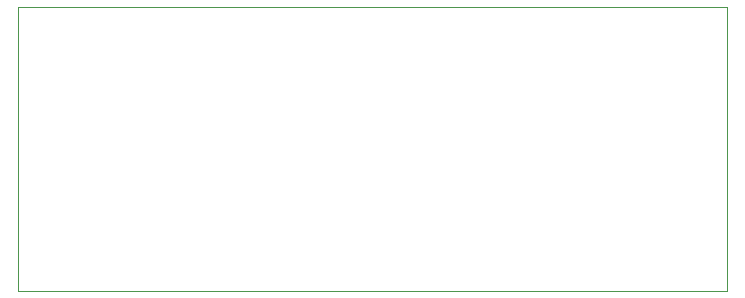
<source format=gbr>
%TF.GenerationSoftware,KiCad,Pcbnew,5.1.9+dfsg1-1*%
%TF.CreationDate,2021-02-27T20:44:50-08:00*%
%TF.ProjectId,hv-supply-test,68762d73-7570-4706-9c79-2d746573742e,rev?*%
%TF.SameCoordinates,Original*%
%TF.FileFunction,Profile,NP*%
%FSLAX46Y46*%
G04 Gerber Fmt 4.6, Leading zero omitted, Abs format (unit mm)*
G04 Created by KiCad (PCBNEW 5.1.9+dfsg1-1) date 2021-02-27 20:44:50*
%MOMM*%
%LPD*%
G01*
G04 APERTURE LIST*
%TA.AperFunction,Profile*%
%ADD10C,0.050000*%
%TD*%
G04 APERTURE END LIST*
D10*
X210000000Y-50000000D02*
X150000000Y-50000000D01*
X210000000Y-26000000D02*
X210000000Y-50000000D01*
X150000000Y-26000000D02*
X210000000Y-26000000D01*
X150000000Y-50000000D02*
X150000000Y-26000000D01*
M02*

</source>
